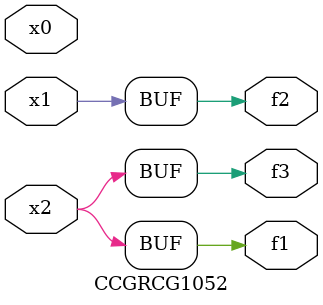
<source format=v>
module CCGRCG1052(
	input x0, x1, x2,
	output f1, f2, f3
);
	assign f1 = x2;
	assign f2 = x1;
	assign f3 = x2;
endmodule

</source>
